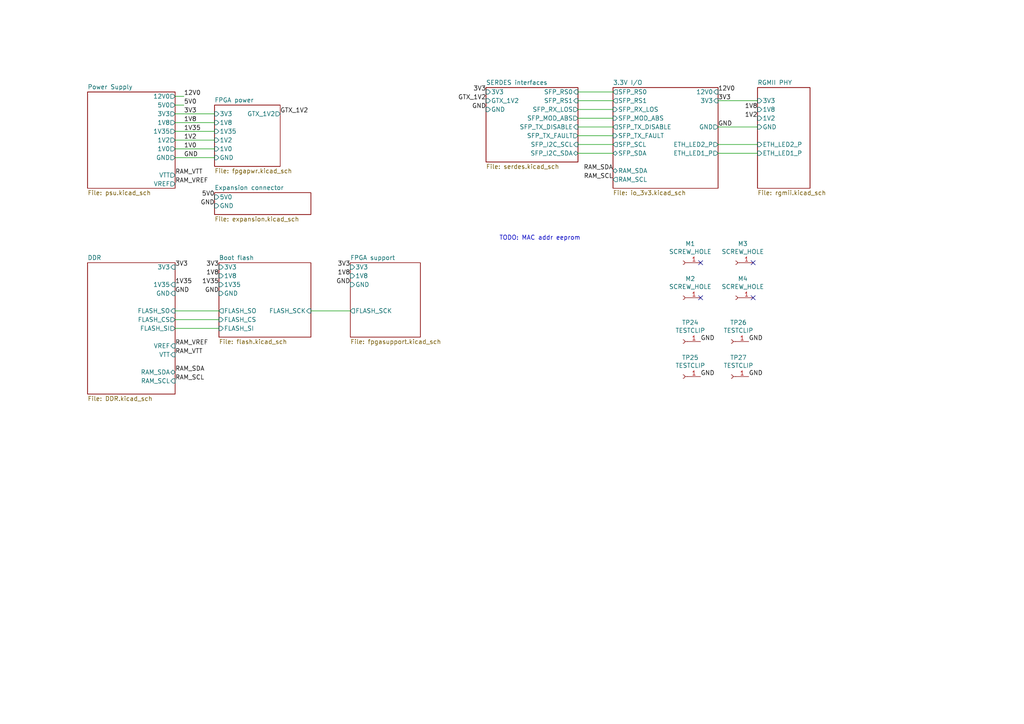
<source format=kicad_sch>
(kicad_sch (version 20211123) (generator eeschema)
  (paper "A4")
  (title_block (title "SATA sniffer") (date "2022-02-15") (rev "0.1") (comment 1 "Andrew D. Zonenberg"))
  (lib_symbols
    (symbol "Connector:Conn_01x01_Female" (pin_names (offset 1.016) hide)
      (property "Reference" "J" (at 0 2.54 0))
      (property "Value" "Conn_01x01_Female" (at 0 -2.54 0))
      (symbol "Conn_01x01_Female_1_1"
        (polyline (pts (xy -1.27 0) (xy -0.508 0)) (stroke (width 0.1524)))
        (arc (start 0 0.508) (mid -0.508 0) (end 0 -0.508) (stroke (width 0.1524)))
        (pin passive line (at -5.08 0 0) (length 3.81) (name "Pin_1") (number "1"))
      )
    )
  )
  (no_connect (at 203.2 76.2))
  (no_connect (at 218.44 76.2))
  (no_connect (at 218.44 86.36))
  (no_connect (at 203.2 86.36))
  (wire (pts (xy 167.64 26.67) (xy 177.8 26.67)))
  (wire (pts (xy 177.8 36.83) (xy 167.64 36.83)))
  (wire (pts (xy 53.34 27.94) (xy 50.8 27.94)))
  (wire (pts (xy 50.8 95.25) (xy 63.5 95.25)))
  (wire (pts (xy 167.64 44.45) (xy 177.8 44.45)))
  (wire (pts (xy 167.64 31.75) (xy 177.8 31.75)))
  (wire (pts (xy 177.8 41.91) (xy 167.64 41.91)))
  (wire (pts (xy 62.23 40.64) (xy 50.8 40.64)))
  (wire (pts (xy 177.8 29.21) (xy 167.64 29.21)))
  (wire (pts (xy 53.34 30.48) (xy 50.8 30.48)))
  (wire (pts (xy 50.8 33.02) (xy 62.23 33.02)))
  (wire (pts (xy 219.71 41.91) (xy 208.28 41.91)))
  (wire (pts (xy 208.28 29.21) (xy 219.71 29.21)))
  (wire (pts (xy 167.64 39.37) (xy 177.8 39.37)))
  (wire (pts (xy 62.23 45.72) (xy 50.8 45.72)))
  (wire (pts (xy 219.71 36.83) (xy 208.28 36.83)))
  (wire (pts (xy 50.8 38.1) (xy 62.23 38.1)))
  (wire (pts (xy 50.8 90.17) (xy 63.5 90.17)))
  (wire (pts (xy 63.5 92.71) (xy 50.8 92.71)))
  (wire (pts (xy 50.8 43.18) (xy 62.23 43.18)))
  (wire (pts (xy 101.6 90.17) (xy 90.17 90.17)))
  (wire (pts (xy 62.23 35.56) (xy 50.8 35.56)))
  (wire (pts (xy 208.28 44.45) (xy 219.71 44.45)))
  (wire (pts (xy 177.8 34.29) (xy 167.64 34.29)))
  (text "TODO: MAC addr eeprom" (at 144.78 69.85 0) (effects (font (size 1.27 1.27)) (justify left bottom)))
  (label "3V3" (at 101.6 77.47 180))
  (label "RAM_VTT" (at 50.8 102.87 0))
  (label "RAM_SCL" (at 50.8 110.49 0))
  (label "5V0" (at 62.23 57.15 180))
  (label "GND" (at 217.17 109.22 0))
  (label "3V3" (at 53.34 33.02 0))
  (label "1V8" (at 53.34 35.56 0))
  (label "12V0" (at 208.28 26.67 0))
  (label "GTX_1V2" (at 140.97 29.21 180))
  (label "3V3" (at 50.8 77.47 0))
  (label "1V8" (at 219.71 31.75 180))
  (label "GND" (at 203.2 109.22 0))
  (label "GND" (at 62.23 59.69 180))
  (label "1V2" (at 219.71 34.29 180))
  (label "3V3" (at 63.5 77.47 180))
  (label "GND" (at 217.17 99.06 0))
  (label "GTX_1V2" (at 81.28 33.02 0))
  (label "GND" (at 208.28 36.83 0))
  (label "3V3" (at 140.97 26.67 180))
  (label "RAM_VREF" (at 50.8 100.33 0))
  (label "1V2" (at 53.34 40.64 0))
  (label "RAM_SDA" (at 177.8 49.53 180))
  (label "5V0" (at 53.34 30.48 0))
  (label "RAM_SCL" (at 177.8 52.07 180))
  (label "1V8" (at 101.6 80.01 180))
  (label "GND" (at 50.8 85.09 0))
  (label "12V0" (at 53.34 27.94 0))
  (label "1V8" (at 63.5 80.01 180))
  (label "GND" (at 140.97 31.75 180))
  (label "GND" (at 101.6 82.55 180))
  (label "1V35" (at 53.34 38.1 0))
  (label "GND" (at 53.34 45.72 0))
  (label "1V35" (at 50.8 82.55 0))
  (label "RAM_SDA" (at 50.8 107.95 0))
  (label "GND" (at 63.5 85.09 180))
  (label "1V35" (at 63.5 82.55 180))
  (label "RAM_VTT" (at 50.8 50.8 0))
  (label "RAM_VREF" (at 50.8 53.34 0))
  (label "GND" (at 203.2 99.06 0))
  (label "3V3" (at 208.28 29.21 0))
  (label "1V0" (at 53.34 43.18 0))
  (symbol (lib_id "Connector:Conn_01x01_Female") (at 198.12 76.2 0) (mirror y) (unit 1)
    (property "Reference" "M1" (at 200.2028 70.6882 0))
    (property "Value" "SCREW_HOLE" (at 200.2028 72.9996 0))
    (property "Footprint" "azonenberg_pcb:MECHANICAL_CLEARANCEHOLE_4_40" (effects hide))
  )
  (symbol (lib_id "Connector:Conn_01x01_Female") (at 198.12 86.36 0) (mirror y) (unit 1)
    (property "Reference" "M2" (at 200.2028 80.8482 0))
    (property "Value" "SCREW_HOLE" (at 200.2028 83.1596 0))
    (property "Footprint" "azonenberg_pcb:MECHANICAL_CLEARANCEHOLE_4_40" (effects hide))
  )
  (symbol (lib_id "Connector:Conn_01x01_Female") (at 213.36 76.2 0) (mirror y) (unit 1)
    (property "Reference" "M3" (at 215.4428 70.6882 0))
    (property "Value" "SCREW_HOLE" (at 215.4428 72.9996 0))
    (property "Footprint" "azonenberg_pcb:MECHANICAL_CLEARANCEHOLE_4_40" (effects hide))
  )
  (symbol (lib_id "Connector:Conn_01x01_Female") (at 213.36 86.36 0) (mirror y) (unit 1)
    (property "Reference" "M4" (at 215.4428 80.8482 0))
    (property "Value" "SCREW_HOLE" (at 215.4428 83.1596 0))
    (property "Footprint" "azonenberg_pcb:MECHANICAL_CLEARANCEHOLE_4_40" (effects hide))
  )
  (symbol (lib_id "Connector:Conn_01x01_Female") (at 198.12 99.06 0) (mirror y) (unit 1)
    (property "Reference" "TP24" (at 200.2028 93.5482 0))
    (property "Value" "TESTCLIP" (at 200.2028 95.8596 0))
    (property "Footprint" "azonenberg_pcb:TESTPOINT_SMT_KEYSTONE_5016" (effects hide))
  )
  (symbol (lib_id "Connector:Conn_01x01_Female") (at 198.12 109.22 0) (mirror y) (unit 1)
    (property "Reference" "TP25" (at 200.2028 103.7082 0))
    (property "Value" "TESTCLIP" (at 200.2028 106.0196 0))
    (property "Footprint" "azonenberg_pcb:TESTPOINT_SMT_KEYSTONE_5016" (effects hide))
  )
  (symbol (lib_id "Connector:Conn_01x01_Female") (at 212.09 99.06 0) (mirror y) (unit 1)
    (property "Reference" "TP26" (at 214.1728 93.5482 0))
    (property "Value" "TESTCLIP" (at 214.1728 95.8596 0))
    (property "Footprint" "azonenberg_pcb:TESTPOINT_SMT_KEYSTONE_5016" (effects hide))
  )
  (symbol (lib_id "Connector:Conn_01x01_Female") (at 212.09 109.22 0) (mirror y) (unit 1)
    (property "Reference" "TP27" (at 214.1728 103.7082 0))
    (property "Value" "TESTCLIP" (at 214.1728 106.0196 0))
    (property "Footprint" "azonenberg_pcb:TESTPOINT_SMT_KEYSTONE_5016" (effects hide))
  )
  (sheet (at 25.4 26.67) (size 25.4 27.94)
    (property "Sheet name" "Power Supply" (at 25.4 25.9584 0) (effects (justify left bottom)))
    (property "Sheet file" "psu.kicad_sch" (at 25.4 55.1946 0) (effects (justify left top)))
    (pin "GND" output (at 50.8 45.72 0))
    (pin "1V0" output (at 50.8 43.18 0))
    (pin "1V2" output (at 50.8 40.64 0))
    (pin "1V35" output (at 50.8 38.1 0))
    (pin "1V8" output (at 50.8 35.56 0))
    (pin "3V3" output (at 50.8 33.02 0))
    (pin "VTT" output (at 50.8 50.8 0))
    (pin "VREF" output (at 50.8 53.34 0))
    (pin "12V0" output (at 50.8 27.94 0))
    (pin "5V0" output (at 50.8 30.48 0))
  )
  (sheet (at 25.4 76.2) (size 25.4 38.1)
    (property "Sheet name" "DDR" (at 25.4 75.4884 0) (effects (justify left bottom)))
    (property "Sheet file" "DDR.kicad_sch" (at 25.4 114.8846 0) (effects (justify left top)))
    (pin "3V3" input (at 50.8 77.47 0))
    (pin "GND" input (at 50.8 85.09 0))
    (pin "1V35" input (at 50.8 82.55 0))
    (pin "VTT" input (at 50.8 102.87 0))
    (pin "VREF" input (at 50.8 100.33 0))
    (pin "FLASH_SO" input (at 50.8 90.17 0))
    (pin "FLASH_SI" output (at 50.8 95.25 0))
    (pin "FLASH_CS" output (at 50.8 92.71 0))
    (pin "RAM_SDA" bidirectional (at 50.8 107.95 0))
    (pin "RAM_SCL" input (at 50.8 110.49 0))
  )
  (sheet (at 140.97 25.4) (size 26.67 21.59)
    (property "Sheet name" "SERDES interfaces" (at 140.97 24.6884 0) (effects (justify left bottom)))
    (property "Sheet file" "serdes.kicad_sch" (at 140.97 47.5746 0) (effects (justify left top)))
    (pin "3V3" input (at 140.97 26.67 180))
    (pin "SFP_RS0" input (at 167.64 26.67 0))
    (pin "SFP_RS1" input (at 167.64 29.21 0))
    (pin "SFP_RX_LOS" output (at 167.64 31.75 0))
    (pin "SFP_MOD_ABS" output (at 167.64 34.29 0))
    (pin "SFP_TX_DISABLE" input (at 167.64 36.83 0))
    (pin "SFP_TX_FAULT" output (at 167.64 39.37 0))
    (pin "SFP_I2C_SCL" input (at 167.64 41.91 0))
    (pin "SFP_I2C_SDA" bidirectional (at 167.64 44.45 0))
    (pin "GND" input (at 140.97 31.75 180))
    (pin "GTX_1V2" input (at 140.97 29.21 180))
  )
  (sheet (at 62.23 30.48) (size 19.05 17.78)
    (property "Sheet name" "FPGA power" (at 62.23 29.7684 0) (effects (justify left bottom)))
    (property "Sheet file" "fpgapwr.kicad_sch" (at 62.23 48.8446 0) (effects (justify left top)))
    (pin "GND" input (at 62.23 45.72 180))
    (pin "1V0" input (at 62.23 43.18 180))
    (pin "1V2" input (at 62.23 40.64 180))
    (pin "1V8" input (at 62.23 35.56 180))
    (pin "1V35" input (at 62.23 38.1 180))
    (pin "3V3" input (at 62.23 33.02 180))
    (pin "GTX_1V2" output (at 81.28 33.02 0))
  )
  (sheet (at 177.8 25.4) (size 30.48 29.21)
    (property "Sheet name" "3.3V I/O" (at 177.8 24.6884 0) (effects (justify left bottom)))
    (property "Sheet file" "io_3v3.kicad_sch" (at 177.8 55.1946 0) (effects (justify left top)))
    (pin "SFP_RS0" output (at 177.8 26.67 180))
    (pin "SFP_RS1" output (at 177.8 29.21 180))
    (pin "GND" output (at 208.28 36.83 0))
    (pin "SFP_RX_LOS" input (at 177.8 31.75 180))
    (pin "SFP_MOD_ABS" input (at 177.8 34.29 180))
    (pin "RAM_SDA" bidirectional (at 177.8 49.53 180))
    (pin "RAM_SCL" output (at 177.8 52.07 180))
    (pin "SFP_SCL" output (at 177.8 41.91 180))
    (pin "SFP_SDA" bidirectional (at 177.8 44.45 180))
    (pin "3V3" input (at 208.28 29.21 0))
    (pin "SFP_TX_FAULT" input (at 177.8 39.37 180))
    (pin "SFP_TX_DISABLE" output (at 177.8 36.83 180))
    (pin "ETH_LED2_P" output (at 208.28 41.91 0))
    (pin "ETH_LED1_P" output (at 208.28 44.45 0))
    (pin "12V0" input (at 208.28 26.67 0))
  )
  (sheet (at 219.71 25.4) (size 15.24 29.21)
    (property "Sheet name" "RGMII PHY" (at 219.71 24.6884 0) (effects (justify left bottom)))
    (property "Sheet file" "rgmii.kicad_sch" (at 219.71 55.1946 0) (effects (justify left top)))
    (pin "3V3" input (at 219.71 29.21 180))
    (pin "1V2" input (at 219.71 34.29 180))
    (pin "1V8" input (at 219.71 31.75 180))
    (pin "ETH_LED2_P" input (at 219.71 41.91 180))
    (pin "ETH_LED1_P" input (at 219.71 44.45 180))
    (pin "GND" input (at 219.71 36.83 180))
  )
  (sheet (at 62.23 55.88) (size 27.94 6.35)
    (property "Sheet name" "Expansion connector" (at 62.23 55.1684 0) (effects (justify left bottom)))
    (property "Sheet file" "expansion.kicad_sch" (at 62.23 62.8146 0) (effects (justify left top)))
    (pin "5V0" input (at 62.23 57.15 180))
    (pin "GND" input (at 62.23 59.69 180))
  )
  (sheet (at 63.5 76.2) (size 26.67 21.59)
    (property "Sheet name" "Boot flash" (at 63.5 75.4884 0) (effects (justify left bottom)))
    (property "Sheet file" "flash.kicad_sch" (at 63.5 98.3746 0) (effects (justify left top)))
    (pin "1V35" input (at 63.5 82.55 180))
    (pin "1V8" input (at 63.5 80.01 180))
    (pin "FLASH_SCK" input (at 90.17 90.17 0))
    (pin "3V3" input (at 63.5 77.47 180))
    (pin "FLASH_SO" output (at 63.5 90.17 180))
    (pin "FLASH_CS" input (at 63.5 92.71 180))
    (pin "FLASH_SI" input (at 63.5 95.25 180))
    (pin "GND" input (at 63.5 85.09 180))
  )
  (sheet (at 101.6 76.2) (size 20.32 21.59)
    (property "Sheet name" "FPGA support" (at 101.6 75.4884 0) (effects (justify left bottom)))
    (property "Sheet file" "fpgasupport.kicad_sch" (at 101.6 98.3746 0) (effects (justify left top)))
    (pin "FLASH_SCK" output (at 101.6 90.17 180))
    (pin "3V3" input (at 101.6 77.47 180))
    (pin "GND" input (at 101.6 82.55 180))
    (pin "1V8" input (at 101.6 80.01 180))
  )
)
</source>
